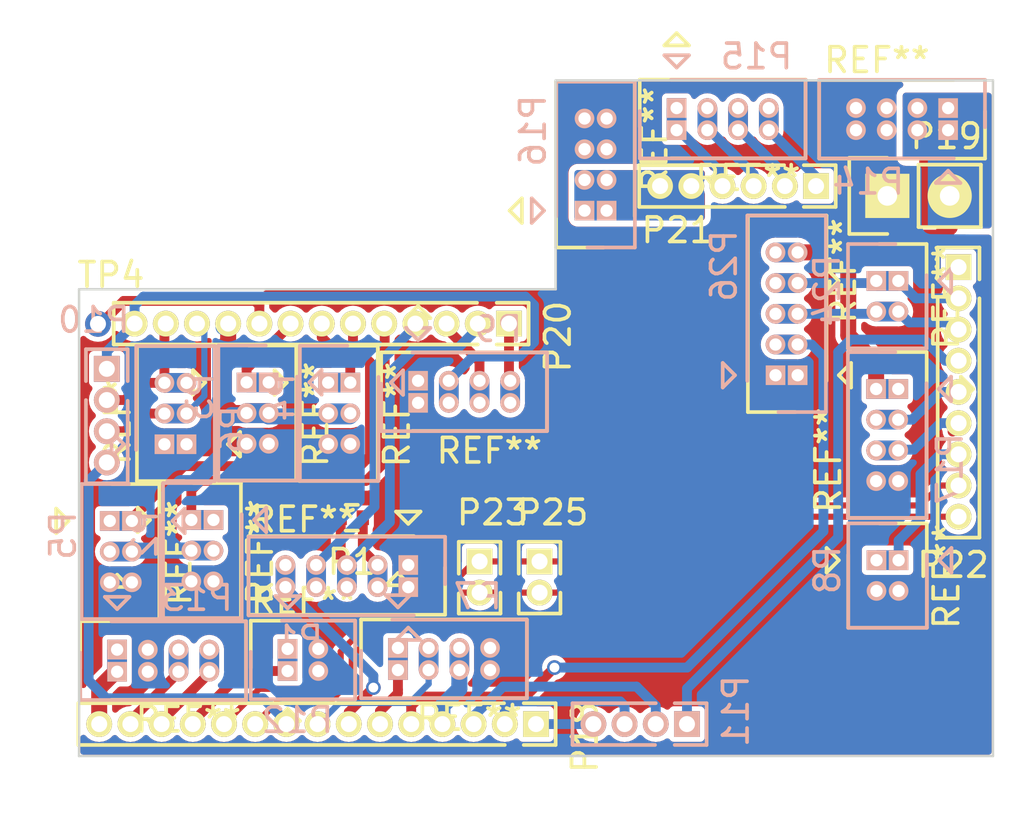
<source format=kicad_pcb>
(kicad_pcb (version 20221018) (generator pcbnew)
  (layers (0 "F.Cu" signal) (31 "B.Cu" signal) (34 "B.Paste" user) (35 "F.Paste" user) (36 "B.SilkS" user "B.Silkscreen") (37 "F.SilkS" user "F.Silkscreen") (38 "B.Mask" user) (39 "F.Mask" user) (44 "Edge.Cuts" user))
  (net 0 "")
  (net 1 "/SRV_CAM")
  (net 2 "/SRV_VOUT")
  (net 3 "GND")
  (net 4 "/LED_VOUT")
  (net 5 "/LED_CLK")
  (net 6 "/LED_DAT")
  (net 7 "/BAT_INT")
  (net 8 "/EP_RXD")
  (net 9 "/EP_TXD")
  (net 10 "/UART_VCC")
  (net 11 "/UART_TX")
  (net 12 "/UART_RX")
  (net 13 "/FAN_TACHO")
  (net 14 "/FAN_VOUT")
  (net 15 "/STEP_A1")
  (net 16 "/STEP_A2")
  (net 17 "/STEP_B2")
  (net 18 "/STEP_B1")
  (net 19 "/EP_VCC")
  (net 20 "VCC")
  (net 21 "/HOST_INT")
  (net 22 "/SRV_LOCK")
  (net 23 "/SRV_BRAKE")
  (net 24 "/FAN_PWM")
  (net 25 "/~{RESET0}")
  (net 26 "/~{RESET1}")
  (net 27 "/BUTTON")
  (net 28 "/A2")
  (net 29 "/SDA0")
  (net 30 "/SCL0")
  (net 31 "/SRV_FOOT")
  (net 32 "/SDA1")
  (net 33 "/SCL1")
  (net 34 "/MISO0/STEP_STOP2")
  (net 35 "/MOSI0/STEP_STOP1")
  (net 36 "/SCK0/FRAME_STOP")
  (net 37 "/BAT2_CTL/SCK1")
  (net 38 "/CHG2_STAT/MISO1")
  (net 39 "/CHG2_CTL/MOSI1")
  (net 40 "/TMP_INT")
  (net 41 "/IR_TX")
  (net 42 "/IR_RX")
  (footprint "Socket_Strips:Socket_Strip_Straight_1x02" (layer "F.Cu") (at 94.7 101.7)
    (fp_text reference "P19")
    (fp_text value "CONN_VCC")
  )
  (footprint "Socket_Strips:Socket_Strip_Straight_1x06_Pitch1.27mm" (layer "F.Cu") (at 91.8 101.3 -90)
    (fp_text reference "P21")
    (fp_text value "CONN3")
  )
  (footprint "Socket_Strips:Socket_Strip_Straight_1x09_Pitch1.27mm" (layer "F.Cu") (at 97.6 104.6)
    (fp_text reference "P22")
    (fp_text value "CONN4")
  )
  (footprint "Resistors_SMD:R_0402" (layer "F.Cu") (at 72.9 114.8 180)
    (fp_text reference "R1")
    (fp_text value "100K")
  )
  (footprint "Pin_Headers:Pin_Header_Straight_1x02_Pitch1.27mm" (layer "F.Cu") (at 78.105 116.58)
    (fp_text reference "P23")
    (fp_text value "CONN_I2C0")
  )
  (footprint "Pin_Headers:Pin_Header_Straight_1x01_Pitch1.27mm" (layer "F.Cu") (at 62.57 106.91)
    (fp_text reference "TP4")
    (fp_text value "TEST_1P")
  )
  (footprint "Socket_Strips:Socket_Strip_Straight_1x15_Pitch1.27mm" (layer "F.Cu") (at 80.4 123.2 -90)
    (fp_text reference "P18")
    (fp_text value "CONN2")
  )
  (footprint "Socket_Strips:Socket_Strip_Straight_1x13_Pitch1.27mm" (layer "F.Cu") (at 79.3 106.9 -90)
    (fp_text reference "P20")
    (fp_text value "CONN1")
  )
  (footprint "Pin_Headers:Pin_Header_Straight_1x02_Pitch1.27mm" (layer "F.Cu") (at 80.545 116.58)
    (fp_text reference "P25")
    (fp_text value "CONN_I2C2")
  )
  (footprint "Pin_Headers:Pin_Header_Straight_1x04_Pitch1.27mm" (layer "B.Cu") (at 62.93 108.74 180)
    (fp_text reference "P10")
    (fp_text value "CONN_SPI0")
  )
  (footprint "Pin_Headers:Pin_Header_Straight_1x04_Pitch1.27mm" (layer "B.Cu") (at 86.545 123.2 90)
    (fp_text reference "P11")
    (fp_text value "CONN_SPI1")
  )
  (footprint "Connectors_Molex:Molex_PicoBlade_53047-0210_DoubleSide" (layer "B.Cu") (at 95.15 105.16 -90)
    (fp_text reference "P24")
    (fp_text value "CONN_I2C1")
  )
  (footprint "Connectors_Molex:Molex_PicoBlade_53047-0510_DoubleSide" (layer "B.Cu") (at 75.2 117.625 180)
    (fp_text reference "P1")
    (fp_text value "CONN_UART")
  )
  (footprint "Connectors_Molex:Molex_PicoBlade_53047-0310_DoubleSide" (layer "B.Cu") (at 67.27 114.89 -90)
    (fp_text reference "P2")
    (fp_text value "CONN_SRV_CAM")
  )
  (footprint "Connectors_Molex:Molex_PicoBlade_53047-0310_DoubleSide" (layer "B.Cu") (at 69.52 109.29 -90)
    (fp_text reference "P3")
    (fp_text value "CONN_SRV_LOCK")
  )
  (footprint "Connectors_Molex:Molex_PicoBlade_53047-0310_DoubleSide" (layer "B.Cu") (at 72.84 109.3 -90)
    (fp_text reference "P4")
    (fp_text value "CONN_SRV_BRAKE")
  )
  (footprint "Connectors_Molex:Molex_PicoBlade_53047-0310_DoubleSide" (layer "B.Cu") (at 63.95 114.93 -90)
    (fp_text reference "P5")
    (fp_text value "CONN_SRV_FOOT")
  )
  (footprint "Connectors_Molex:Molex_PicoBlade_53047-0310_DoubleSide" (layer "B.Cu") (at 65.275 111.81 90)
    (fp_text reference "P6")
    (fp_text value "CONN_STEP_STOP")
  )
  (footprint "Connectors_Molex:Molex_PicoBlade_53047-0410_DoubleSide" (layer "B.Cu") (at 74.78 120.1)
    (fp_text reference "P7")
    (fp_text value "CONN_FAN")
  )
  (footprint "Connectors_Molex:Molex_PicoBlade_53047-0210_DoubleSide" (layer "B.Cu") (at 95.16 116.53 -90)
    (fp_text reference "P8")
    (fp_text value "CONN_BAT_INT")
  )
  (footprint "Connectors_Molex:Molex_PicoBlade_53047-0410_DoubleSide" (layer "B.Cu") (at 75.6 109.225)
    (fp_text reference "P9")
    (fp_text value "CONN_EP_UART")
  )
  (footprint "Connectors_Molex:Molex_PicoBlade_53047-0210_DoubleSide" (layer "B.Cu") (at 70.29 120.14)
    (fp_text reference "P12")
    (fp_text value "CONN_BTN")
  )
  (footprint "Connectors_Molex:Molex_PicoBlade_53047-0410_DoubleSide" (layer "B.Cu") (at 63.35 120.17)
    (fp_text reference "P13")
    (fp_text value "CONN_LED")
  )
  (footprint "Connectors_Molex:Molex_PicoBlade_53047-0410_DoubleSide" (layer "B.Cu") (at 97.175 99.025 180)
    (fp_text reference "P14")
    (fp_text value "CONN_VCC")
  )
  (footprint "Connectors_Molex:Molex_PicoBlade_53047-0410_DoubleSide" (layer "B.Cu") (at 86.125 98.125)
    (fp_text reference "P15")
    (fp_text value "CONN_STEP")
  )
  (footprint "Connectors_Molex:Molex_PicoBlade_53047-0410_DoubleSide" (layer "B.Cu") (at 82.375 102.3 90)
    (fp_text reference "P16")
    (fp_text value "CONN_EP_VCC")
  )
  (footprint "Connectors_Molex:Molex_PicoBlade_53047-0410_DoubleSide" (layer "B.Cu") (at 95.145 109.56 -90)
    (fp_text reference "P17")
    (fp_text value "CONN_IR")
  )
  (footprint "Connectors_Molex:Molex_PicoBlade_53047-0510_DoubleSide" (layer "B.Cu") (at 90.15 109 90)
    (fp_text reference "P26")
    (fp_text value "CONN_TMP")
  )
  (gr_line (start 81.2 105.5) (end 61.8 105.5) (stroke (width 0.1)) (layer "Edge.Cuts"))
  (gr_line (start 61.8 105.5) (end 61.8 124.5) (stroke (width 0.1)) (layer "Edge.Cuts"))
  (gr_line (start 81.2 97) (end 81.2 105.5) (stroke (width 0.1)) (layer "Edge.Cuts"))
  (gr_line (start 99 124.5) (end 99 97) (stroke (width 0.1)) (layer "Edge.Cuts"))
  (gr_line (start 61.8 124.5) (end 99 124.5) (stroke (width 0.1)) (layer "Edge.Cuts"))
  (gr_line (start 99 97) (end 81.2 97) (stroke (width 0.1)) (layer "Edge.Cuts"))
  (segment (start 74.22 106.9) (end 74.2 106.9) (width 0.4) (layer "F.Cu") (net 1))
  (segment (start 73.482545 113.3) (end 66.75 113.3) (width 0.4) (layer "F.Cu") (net 1))
  (segment (start 74.240012 106.940012) (end 74.240012 112.542533) (width 0.4) (layer "F.Cu") (net 1))
  (segment (start 74.240012 112.542533) (end 73.482545 113.3) (width 0.4) (layer "F.Cu") (net 1))
  (segment (start 66.37 113.68) (end 66.37 114.89) (width 0.4) (layer "F.Cu") (net 1))
  (segment (start 66.75 113.3) (end 66.37 113.68) (width 0.4) (layer "F.Cu") (net 1))
  (segment (start 74.2 106.9) (end 74.240012 106.940012) (width 0.4) (layer "F.Cu") (net 1))
  (segment (start 67.87 107.642462) (end 67.694999 107.817463) (width 0.65) (layer "F.Cu") (net 2))
  (segment (start 67.87 106.9) (end 67.87 107.642462) (width 0.65) (layer "F.Cu") (net 2))
  (segment (start 68.054315 110.54) (end 68.62 110.54) (width 0.65) (layer "F.Cu") (net 2))
  (segment (start 67.275 116.1) (end 67.3 116.075) (width 0.65) (layer "F.Cu") (net 2))
  (segment (start 67.694999 107.817463) (end 67.694999 110.180684) (width 0.65) (layer "F.Cu") (net 2))
  (segment (start 67.694999 110.180684) (end 68.054315 110.54) (width 0.65) (layer "F.Cu") (net 2))
  (segment (start 63.975 116.1) (end 63.95 116.075) (width 0.65) (layer "F.Cu") (net 2))
  (segment (start 67.694999 112.165001) (end 66.47 113.39) (width 0.65) (layer "B.Cu") (net 2))
  (segment (start 66.47 113.39) (end 65.95 113.39) (width 0.65) (layer "B.Cu") (net 2))
  (segment (start 66.734315 116.075) (end 66.709315 116.1) (width 0.65) (layer "B.Cu") (net 2))
  (segment (start 63.975 116.075) (end 63.95 116.1) (width 0.65) (layer "B.Cu") (net 2))
  (segment (start 67.7 110.934315) (end 67.7 111.340998) (width 0.65) (layer "B.Cu") (net 2))
  (segment (start 63.99 116.14) (end 63.95 116.18) (width 0.65) (layer "B.Cu") (net 2))
  (segment (start 67.82 106.9) (end 67.87 106.9) (width 0.65) (layer "B.Cu") (net 2))
  (segment (start 69.5 110.675) (end 72.825 110.675) (width 0.65) (layer "B.Cu") (net 2))
  (segment (start 65.95 113.39) (end 65.4 113.94) (width 0.65) (layer "B.Cu") (net 2))
  (segment (start 65.4 115.735685) (end 65.804315 116.14) (width 0.65) (layer "B.Cu") (net 2))
  (segment (start 67.7 111.340998) (end 67.694999 111.345999) (width 0.65) (layer "B.Cu") (net 2))
  (segment (start 65.4 113.94) (end 65.4 115.735685) (width 0.65) (layer "B.Cu") (net 2))
  (segment (start 69.45 110.625) (end 69.5 110.675) (width 0.65) (layer "B.Cu") (net 2))
  (segment (start 67.694999 111.345999) (end 67.694999 112.165001) (width 0.65) (layer "B.Cu") (net 2))
  (segment (start 69.475 110.625) (end 69.45 110.625) (width 0.65) (layer "B.Cu") (net 2))
  (segment (start 67.3 116.075) (end 66.734315 116.075) (width 0.65) (layer "B.Cu") (net 2))
  (segment (start 68.575 110.625) (end 68.009315 110.625) (width 0.65) (layer "B.Cu") (net 2))
  (segment (start 67.68 107.04) (end 67.82 106.9) (width 0.65) (layer "B.Cu") (net 2))
  (segment (start 68.009315 110.625) (end 67.7 110.934315) (width 0.65) (layer "B.Cu") (net 2))
  (segment (start 66.37 116.14) (end 63.99 116.14) (width 0.65) (layer "B.Cu") (net 2))
  (segment (start 65.804315 116.14) (end 66.37 116.14) (width 0.65) (layer "B.Cu") (net 2))
  (segment (start 63.975 116.1) (end 63.95 116.075) (width 0.65) (layer "B.Cu") (net 2))
  (segment (start 68.575 110.625) (end 69.475 110.625) (width 0.65) (layer "B.Cu") (net 2))
  (segment (start 63.35 120.1) (end 63.35 121) (width 0.65) (layer "F.Cu") (net 4))
  (segment (start 63.35 121) (end 62.62 121.73) (width 0.65) (layer "F.Cu") (net 4))
  (segment (start 62.62 121.73) (end 62.62 123.2) (width 0.65) (layer "F.Cu") (net 4))
  (segment (start 65.85 121.1) (end 63.89 123.06) (width 0.4) (layer "F.Cu") (net 5))
  (segment (start 63.89 123.06) (end 63.89 123.2) (width 0.4) (layer "F.Cu") (net 5))
  (segment (start 65.85 120.1) (end 65.85 121.1) (width 0.4) (layer "F.Cu") (net 5))
  (segment (start 67.1 121.13) (end 65.16 123.07) (width 0.4) (layer "F.Cu") (net 6))
  (segment (start 65.16 123.07) (end 65.16 123.2) (width 0.4) (layer "F.Cu") (net 6))
  (segment (start 67.1 120.1) (end 67.1 121.13) (width 0.4) (layer "F.Cu") (net 6))
  (segment (start 96.04999 113.027548) (end 96.857538 112.22) (width 0.4) (layer "B.Cu") (net 7))
  (segment (start 96.857538 112.22) (end 97.6 112.22) (width 0.4) (layer "B.Cu") (net 7))
  (segment (start 95.16 115.73) (end 95.16 116.53) (width 0.4) (layer "B.Cu") (net 7))
  (segment (start 96.04999 114.84001) (end 95.16 115.73) (width 0.4) (layer "B.Cu") (net 7))
  (segment (start 96.04999 114.84001) (end 96.04999 113.027548) (width 0.4) (layer "B.Cu") (net 7))
  (segment (start 79.3 109.175) (end 79.35 109.225) (width 0.4) (layer "F.Cu") (net 8))
  (segment (start 79.3 106.9) (end 79.3 109.175) (width 0.4) (layer "F.Cu") (net 8))
  (segment (start 76.76 106.9) (end 76.76 107.1) (width 0.4) (layer "F.Cu") (net 9))
  (segment (start 78.1 108.44) (end 78.1 109.225) (width 0.4) (layer "F.Cu") (net 9))
  (segment (start 76.76 107.1) (end 78.1 108.44) (width 0.4) (layer "F.Cu") (net 9))
  (segment (start 73.35 116.125) (end 73.95 116.725) (width 0.4) (layer "F.Cu") (net 10))
  (segment (start 73.35 116.125) (end 73.35 114.8) (width 0.4) (layer "F.Cu") (net 10))
  (segment (start 72.7 116.725) (end 72.45 116.475) (width 0.4) (layer "F.Cu") (net 11))
  (segment (start 72.45 116.475) (end 72.45 114.8) (width 0.4) (layer "F.Cu") (net 11))
  (segment (start 78.03 107.09) (end 77.24 107.88) (width 0.4) (layer "B.Cu") (net 11))
  (segment (start 78.03 106.9) (end 78.03 107.09) (width 0.4) (layer "B.Cu") (net 11))
  (segment (start 75.468542 107.88) (end 74.45 108.898542) (width 0.4) (layer "B.Cu") (net 11))
  (segment (start 73.099999 116.325001) (end 72.7 116.725) (width 0.4) (layer "B.Cu") (net 11))
  (segment (start 74.45 108.898542) (end 74.45 114.975) (width 0.4) (layer "B.Cu") (net 11))
  (segment (start 74.45 114.975) (end 73.099999 116.325001) (width 0.4) (layer "B.Cu") (net 11))
  (segment (start 77.24 107.88) (end 75.468542 107.88) (width 0.4) (layer "B.Cu") (net 11))
  (segment (start 73.825 114.35) (end 71.849999 116.325001) (width 0.4) (layer "B.Cu") (net 12))
  (segment (start 73.825 108.675) (end 73.825 114.35) (width 0.4) (layer "B.Cu") (net 12))
  (segment (start 75.49 106.9) (end 75.49 107.01) (width 0.4) (layer "B.Cu") (net 12))
  (segment (start 71.849999 116.325001) (end 71.45 116.725) (width 0.4) (layer "B.Cu") (net 12))
  (segment (start 75.49 107.01) (end 73.825 108.675) (width 0.4) (layer "B.Cu") (net 12))
  (segment (start 71.54 123.2) (end 72.4 122.34) (width 0.25) (layer "B.Cu") (net 13))
  (segment (start 71.51 123.2) (end 71.54 123.2) (width 0.25) (layer "B.Cu") (net 13))
  (segment (start 72.4 122.34) (end 75.255685 122.34) (width 0.25) (layer "B.Cu") (net 13))
  (segment (start 75.255685 122.34) (end 76.03 121.565685) (width 0.25) (layer "B.Cu") (net 13))
  (segment (start 76.03 121.565685) (end 76.03 121) (width 0.25) (layer "B.Cu") (net 13))
  (segment (start 77.28 121.565685) (end 77.28 121) (width 0.65) (layer "B.Cu") (net 14))
  (segment (start 76.59 123.2) (end 76.59 122.457538) (width 0.65) (layer "B.Cu") (net 14))
  (segment (start 76.59 122.457538) (end 77.28 121.767538) (width 0.65) (layer "B.Cu") (net 14))
  (segment (start 77.28 121.767538) (end 77.28 121.565685) (width 0.65) (layer "B.Cu") (net 14))
  (segment (start 89.875 99) (end 89.875 98.125) (width 0.4) (layer "B.Cu") (net 15))
  (segment (start 91.8 100.925) (end 89.875 99) (width 0.4) (layer "B.Cu") (net 15))
  (segment (start 91.8 101.3) (end 91.8 100.925) (width 0.4) (layer "B.Cu") (net 15))
  (segment (start 88.625 98.934002) (end 88.625 98.690685) (width 0.4) (layer "B.Cu") (net 16))
  (segment (start 90.53 101.3) (end 90.53 100.839002) (width 0.4) (layer "B.Cu") (net 16))
  (segment (start 88.625 98.690685) (end 88.625 98.125) (width 0.4) (layer "B.Cu") (net 16))
  (segment (start 90.53 100.839002) (end 88.625 98.934002) (width 0.4) (layer "B.Cu") (net 16))
  (segment (start 89.26 101.3) (end 89.26 100.819002) (width 0.4) (layer "B.Cu") (net 17))
  (segment (start 87.375 98.690685) (end 87.375 98.125) (width 0.4) (layer "B.Cu") (net 17))
  (segment (start 87.375 98.934002) (end 87.375 98.690685) (width 0.4) (layer "B.Cu") (net 17))
  (segment (start 89.26 100.819002) (end 87.375 98.934002) (width 0.4) (layer "B.Cu") (net 17))
  (segment (start 87.99 100.799002) (end 86.125 98.934002) (width 0.4) (layer "B.Cu") (net 18))
  (segment (start 86.125 98.934002) (end 86.125 98.925) (width 0.4) (layer "B.Cu") (net 18))
  (segment (start 86.125 98.925) (end 86.125 98.125) (width 0.4) (layer "B.Cu") (net 18))
  (segment (start 87.99 101.3) (end 87.99 100.799002) (width 0.4) (layer "B.Cu") (net 18))
  (segment (start 97.24 102.972792) (end 97.24 101.7) (width 0.65) (layer "F.Cu") (net 20))
  (segment (start 93.11 107.375) (end 94.245 108.51) (width 0.65) (layer "F.Cu") (net 20))
  (segment (start 90.15 104) (end 91.05 104) (width 0.65) (layer "F.Cu") (net 20))
  (segment (start 93.35 104) (end 93.94 103.41) (width 0.65) (layer "F.Cu") (net 20))
  (segment (start 93.11 104.23) (end 93.11 107.375) (width 0.65) (layer "F.Cu") (net 20))
  (segment (start 96.812792 103.4) (end 97.24 102.972792) (width 0.65) (layer "F.Cu") (net 20))
  (segment (start 94.245 108.51) (end 94.245 109.56) (width 0.65) (layer "F.Cu") (net 20))
  (segment (start 93.94 103.41) (end 93.94 103.4) (width 0.65) (layer "F.Cu") (net 20))
  (segment (start 91.05 104) (end 93.35 104) (width 0.65) (layer "F.Cu") (net 20))
  (segment (start 93.94 103.4) (end 93.11 104.23) (width 0.65) (layer "F.Cu") (net 20))
  (segment (start 93.94 103.4) (end 96.812792 103.4) (width 0.65) (layer "F.Cu") (net 20))
  (segment (start 72.78 122.71499) (end 73.78 121.71499) (width 0.4) (layer "F.Cu") (net 21))
  (segment (start 72.78 123.2) (end 72.78 122.71499) (width 0.4) (layer "F.Cu") (net 21))
  (via (at 73.78 121.71499) (size 0.6) (drill 0.4) (layers "F.Cu" "B.Cu") (net 21))
  (segment (start 70.2 117.65) (end 70.2 117.625) (width 0.4) (layer "B.Cu") (net 21))
  (segment (start 73.78 121.71499) (end 73.78 121.23) (width 0.4) (layer "B.Cu") (net 21))
  (segment (start 73.78 121.23) (end 70.2 117.65) (width 0.4) (layer "B.Cu") (net 21))
  (segment (start 70.2 117.625) (end 70.2 116.725) (width 0.4) (layer "B.Cu") (net 21))
  (segment (start 68.62 108.74) (end 70.41 106.95) (width 0.4) (layer "F.Cu") (net 22))
  (segment (start 68.62 109.29) (end 68.62 108.74) (width 0.4) (layer "F.Cu") (net 22))
  (segment (start 70.41 106.95) (end 70.41 106.9) (width 0.4) (layer "F.Cu") (net 22))
  (segment (start 71.68 107.46) (end 71.68 106.9) (width 0.4) (layer "F.Cu") (net 23))
  (segment (start 72.84 108.62) (end 71.68 107.46) (width 0.4) (layer "F.Cu") (net 23))
  (segment (start 72.84 109.3) (end 72.84 108.62) (width 0.4) (layer "F.Cu") (net 23))
  (segment (start 74.78 121.8) (end 74.78 121) (width 0.4) (layer "F.Cu") (net 24))
  (segment (start 74.78 121.942477) (end 74.78 121.8) (width 0.4) (layer "F.Cu") (net 24))
  (segment (start 74.05 122.672477) (end 74.78 121.942477) (width 0.4) (layer "F.Cu") (net 24))
  (segment (start 74.05 123.2) (end 74.05 122.672477) (width 0.4) (layer "F.Cu") (net 24))
  (segment (start 69.289002 122.15) (end 62.909998 122.15) (width 0.4) (layer "B.Cu") (net 25))
  (segment (start 62.19 113.29) (end 62.405001 113.074999) (width 0.4) (layer "B.Cu") (net 25))
  (segment (start 70.24 123.100998) (end 69.289002 122.15) (width 0.4) (layer "B.Cu") (net 25))
  (segment (start 62.19 121.430002) (end 62.19 113.29) (width 0.4) (layer "B.Cu") (net 25))
  (segment (start 62.405001 113.074999) (end 62.93 112.55) (width 0.4) (layer "B.Cu") (net 25))
  (segment (start 62.909998 122.15) (end 62.19 121.430002) (width 0.4) (layer "B.Cu") (net 25))
  (segment (start 70.24 123.2) (end 70.24 123.100998) (width 0.4) (layer "B.Cu") (net 25))
  (segment (start 93.2 107.55) (end 96.2 107.55) (width 0.4) (layer "B.Cu") (net 26))
  (segment (start 86.545 123.2) (end 86.545 121.755) (width 0.4) (layer "B.Cu") (net 26))
  (segment (start 86.545 121.755) (end 92.7 115.6) (width 0.4) (layer "B.Cu") (net 26))
  (segment (start 96.2 107.55) (end 97.06 108.41) (width 0.4) (layer "B.Cu") (net 26))
  (segment (start 97.06 108.41) (end 97.6 108.41) (width 0.4) (layer "B.Cu") (net 26))
  (segment (start 92.7 108.05) (end 93.2 107.55) (width 0.4) (layer "B.Cu") (net 26))
  (segment (start 92.7 115.6) (end 92.7 108.05) (width 0.4) (layer "B.Cu") (net 26))
  (segment (start 69.49 121.04) (end 70.29 121.04) (width 0.4) (layer "F.Cu") (net 27))
  (segment (start 66.43 123.2) (end 66.43 123.100998) (width 0.4) (layer "F.Cu") (net 27))
  (segment (start 68.490998 121.04) (end 69.49 121.04) (width 0.4) (layer "F.Cu") (net 27))
  (segment (start 66.43 123.100998) (end 68.490998 121.04) (width 0.4) (layer "F.Cu") (net 27))
  (segment (start 69.14 106.157538) (end 69.14 106.9) (width 0.4) (layer "F.Cu") (net 28))
  (segment (start 68.957461 105.974999) (end 69.14 106.157538) (width 0.4) (layer "F.Cu") (net 28))
  (segment (start 62.680998 106.91) (end 63.615999 105.974999) (width 0.4) (layer "F.Cu") (net 28))
  (segment (start 63.615999 105.974999) (end 68.957461 105.974999) (width 0.4) (layer "F.Cu") (net 28))
  (segment (start 62.57 106.91) (end 62.680998 106.91) (width 0.4) (layer "F.Cu") (net 28))
  (segment (start 72.449989 121.213601) (end 72.449989 120.250011) (width 0.25) (layer "F.Cu") (net 29))
  (segment (start 96.047538 114.3) (end 84.15 114.3) (width 0.25) (layer "F.Cu") (net 29))
  (segment (start 84.15 114.3) (end 81.87 116.58) (width 0.25) (layer "F.Cu") (net 29))
  (segment (start 97.6 113.49) (end 96.857538 113.49) (width 0.25) (layer "F.Cu") (net 29))
  (segment (start 69.134999 121.765001) (end 71.898589 121.765001) (width 0.25) (layer "F.Cu") (net 29))
  (segment (start 96.857538 113.49) (end 96.047538 114.3) (width 0.25) (layer "F.Cu") (net 29))
  (segment (start 67.7 123.2) (end 69.134999 121.765001) (width 0.25) (layer "F.Cu") (net 29))
  (segment (start 81.87 116.58) (end 80.545 116.58) (width 0.25) (layer "F.Cu") (net 29))
  (segment (start 71.898589 121.765001) (end 72.449989 121.213601) (width 0.25) (layer "F.Cu") (net 29))
  (segment (start 75.58 118.9) (end 77.9 116.58) (width 0.25) (layer "F.Cu") (net 29))
  (segment (start 78.105 116.58) (end 80.545 116.58) (width 0.25) (layer "F.Cu") (net 29))
  (segment (start 73.8 118.9) (end 75.58 118.9) (width 0.25) (layer "F.Cu") (net 29))
  (segment (start 72.449989 120.250011) (end 73.8 118.9) (width 0.25) (layer "F.Cu") (net 29))
  (segment (start 83.95 115.2) (end 83.937462 115.2) (width 0.25) (layer "F.Cu") (net 30))
  (segment (start 81.287462 117.85) (end 80.545 117.85) (width 0.25) (layer "F.Cu") (net 30))
  (segment (start 72.9 120.45) (end 73.999989 119.350011) (width 0.25) (layer "F.Cu") (net 30))
  (segment (start 78.105 117.85) (end 80.545 117.85) (width 0.25) (layer "F.Cu") (net 30))
  (segment (start 69.954988 122.215012) (end 72.084989 122.215012) (width 0.25) (layer "F.Cu") (net 30))
  (segment (start 72.9 121.400001) (end 72.9 120.45) (width 0.25) (layer "F.Cu") (net 30))
  (segment (start 72.084989 122.215012) (end 72.9 121.400001) (width 0.25) (layer "F.Cu") (net 30))
  (segment (start 97.6 114.76) (end 84.39 114.76) (width 0.25) (layer "F.Cu") (net 30))
  (segment (start 75.849989 119.350011) (end 77.35 117.85) (width 0.25) (layer "F.Cu") (net 30))
  (segment (start 83.937462 115.2) (end 81.287462 117.85) (width 0.25) (layer "F.Cu") (net 30))
  (segment (start 77.35 117.85) (end 77.9 117.85) (width 0.25) (layer "F.Cu") (net 30))
  (segment (start 84.39 114.76) (end 83.95 115.2) (width 0.25) (layer "F.Cu") (net 30))
  (segment (start 68.97 123.2) (end 69.954988 122.215012) (width 0.25) (layer "F.Cu") (net 30))
  (segment (start 73.999989 119.350011) (end 75.849989 119.350011) (width 0.25) (layer "F.Cu") (net 30))
  (segment (start 66.075011 112.699989) (end 63.95 114.825) (width 0.4) (layer "F.Cu") (net 31))
  (segment (start 73.234013 112.699989) (end 66.075011 112.699989) (width 0.4) (layer "F.Cu") (net 31))
  (segment (start 73.640001 108.470001) (end 73.640001 112.294001) (width 0.4) (layer "F.Cu") (net 31))
  (segment (start 72.95 106.9) (end 72.95 107.78) (width 0.4) (layer "F.Cu") (net 31))
  (segment (start 72.95 107.78) (end 73.640001 108.470001) (width 0.4) (layer "F.Cu") (net 31))
  (segment (start 73.640001 112.294001) (end 73.234013 112.699989) (width 0.4) (layer "F.Cu") (net 31))
  (segment (start 95.15 105.16) (end 95.86 105.87) (width 0.4) (layer "B.Cu") (net 32))
  (segment (start 94.16 105.25) (end 94.25 105.16) (width 0.4) (layer "B.Cu") (net 32))
  (segment (start 91.05 105.25) (end 94.16 105.25) (width 0.4) (layer "B.Cu") (net 32))
  (segment (start 95.86 105.87) (end 97.6 105.87) (width 0.4) (layer "B.Cu") (net 32))
  (segment (start 97.31 106.85) (end 97.6 107.14) (width 0.4) (layer "B.Cu") (net 33))
  (segment (start 95.59 106.85) (end 97.31 106.85) (width 0.4) (layer "B.Cu") (net 33))
  (segment (start 94.16 106.5) (end 94.25 106.41) (width 0.4) (layer "B.Cu") (net 33))
  (segment (start 95.15 106.41) (end 95.59 106.85) (width 0.4) (layer "B.Cu") (net 33))
  (segment (start 91.05 106.5) (end 94.16 106.5) (width 0.4) (layer "B.Cu") (net 33))
  (segment (start 62.93 110.01) (end 63.672462 110.01) (width 0.4) (layer "F.Cu") (net 34))
  (segment (start 63.672462 110.01) (end 64.372462 109.31) (width 0.4) (layer "F.Cu") (net 34))
  (segment (start 64.709315 109.31) (end 65.275 109.31) (width 0.4) (layer "F.Cu") (net 34))
  (segment (start 64.372462 109.31) (end 64.709315 109.31) (width 0.4) (layer "F.Cu") (net 34))
  (segment (start 65.275 106.955) (end 65.33 106.9) (width 0.4) (layer "F.Cu") (net 34))
  (segment (start 65.275 109.31) (end 65.275 106.955) (width 0.4) (layer "F.Cu") (net 34))
  (segment (start 65.33 109.255) (end 65.275 109.31) (width 0.4) (layer "B.Cu") (net 34))
  (segment (start 65.26 106.83) (end 65.33 106.9) (width 0.4) (layer "B.Cu") (net 34))
  (segment (start 63.672462 111.28) (end 64.392462 110.56) (width 0.4) (layer "F.Cu") (net 35))
  (segment (start 62.93 111.28) (end 63.672462 111.28) (width 0.4) (layer "F.Cu") (net 35))
  (segment (start 64.709315 110.56) (end 65.275 110.56) (width 0.4) (layer "F.Cu") (net 35))
  (segment (start 64.392462 110.56) (end 64.709315 110.56) (width 0.4) (layer "F.Cu") (net 35))
  (segment (start 66.900001 107.190001) (end 66.900001 109.834999) (width 0.25) (layer "B.Cu") (net 35))
  (segment (start 66.900001 109.834999) (end 66.574999 110.160001) (width 0.25) (layer "B.Cu") (net 35))
  (segment (start 66.574999 110.160001) (end 66.175 110.56) (width 0.25) (layer "B.Cu") (net 35))
  (segment (start 66.61 106.9) (end 66.900001 107.190001) (width 0.25) (layer "B.Cu") (net 35))
  (segment (start 66.6 106.9) (end 66.61 106.9) (width 0.25) (layer "B.Cu") (net 35))
  (segment (start 76.85 110.125) (end 76.85 109.225) (width 0.4) (layer "B.Cu") (net 36))
  (segment (start 80.32 107.650002) (end 80.32 106.149998) (width 0.4) (layer "B.Cu") (net 36))
  (segment (start 79.730002 108.24) (end 80.32 107.650002) (width 0.4) (layer "B.Cu") (net 36))
  (segment (start 77.835 108.24) (end 79.730002 108.24) (width 0.4) (layer "B.Cu") (net 36))
  (segment (start 76.85 109.225) (end 77.835 108.24) (width 0.4) (layer "B.Cu") (net 36))
  (segment (start 80.32 106.149998) (end 79.970002 105.8) (width 0.4) (layer "B.Cu") (net 36))
  (segment (start 64.417538 105.8) (end 64.06 106.157538) (width 0.4) (layer "B.Cu") (net 36))
  (segment (start 79.970002 105.8) (end 64.417538 105.8) (width 0.4) (layer "B.Cu") (net 36))
  (segment (start 62.93 108.74) (end 62.93 108.03) (width 0.4) (layer "B.Cu") (net 36))
  (segment (start 62.93 108.03) (end 64.06 106.9) (width 0.4) (layer "B.Cu") (net 36))
  (segment (start 64.06 106.157538) (end 64.06 106.9) (width 0.4) (layer "B.Cu") (net 36))
  (segment (start 77.86 122.878996) (end 79.064007 121.674989) (width 0.4) (layer "B.Cu") (net 37))
  (segment (start 85.275 122.457538) (end 85.275 123.2) (width 0.4) (layer "B.Cu") (net 37))
  (segment (start 84.492451 121.674989) (end 85.275 122.457538) (width 0.4) (layer "B.Cu") (net 37))
  (segment (start 79.064007 121.674989) (end 84.492451 121.674989) (width 0.4) (layer "B.Cu") (net 37))
  (segment (start 77.86 123.2) (end 77.86 122.878996) (width 0.4) (layer "B.Cu") (net 37))
  (segment (start 80.4 123.2) (end 82.735 123.2) (width 0.4) (layer "B.Cu") (net 38))
  (segment (start 79.13 122.457538) (end 79.312539 122.274999) (width 0.4) (layer "B.Cu") (net 39))
  (segment (start 83.822461 122.274999) (end 84.005 122.457538) (width 0.4) (layer "B.Cu") (net 39))
  (segment (start 79.13 123.2) (end 79.13 122.457538) (width 0.4) (layer "B.Cu") (net 39))
  (segment (start 79.312539 122.274999) (end 83.822461 122.274999) (width 0.4) (layer "B.Cu") (net 39))
  (segment (start 84.005 122.457538) (end 84.005 123.2) (width 0.4) (layer "B.Cu") (net 39))
  (segment (start 75.32 122.457538) (end 75.697538 122.08) (width 0.4) (layer "F.Cu") (net 40))
  (segment (start 79.969998 122.08) (end 80.849999 121.199999) (width 0.4) (layer "F.Cu") (net 40))
  (segment (start 80.849999 121.199999) (end 81.149998 120.9) (width 0.4) (layer "F.Cu") (net 40))
  (segment (start 75.697538 122.08) (end 79.969998 122.08) (width 0.4) (layer "F.Cu") (net 40))
  (segment (start 75.32 123.2) (end 75.32 122.457538) (width 0.4) (layer "F.Cu") (net 40))
  (via (at 81.149998 120.9) (size 0.6) (drill 0.4) (layers "F.Cu" "B.Cu") (net 40))
  (segment (start 92.099989 115.350011) (end 86.55 120.9) (width 0.4) (layer "B.Cu") (net 40))
  (segment (start 86.55 120.9) (end 81.574262 120.9) (width 0.4) (layer "B.Cu") (net 40))
  (segment (start 91.05 107.75) (end 91.615685 107.75) (width 0.4) (layer "B.Cu") (net 40))
  (segment (start 92.099989 108.234304) (end 92.099989 115.350011) (width 0.4) (layer "B.Cu") (net 40))
  (segment (start 91.615685 107.75) (end 92.099989 108.234304) (width 0.4) (layer "B.Cu") (net 40))
  (segment (start 81.574262 120.9) (end 81.149998 120.9) (width 0.4) (layer "B.Cu") (net 40))
  (segment (start 96.857538 109.68) (end 97.6 109.68) (width 0.4) (layer "B.Cu") (net 41))
  (segment (start 95.710685 110.81) (end 96.840685 109.68) (width 0.4) (layer "B.Cu") (net 41))
  (segment (start 95.145 110.81) (end 95.710685 110.81) (width 0.4) (layer "B.Cu") (net 41))
  (segment (start 96.840685 109.68) (end 96.857538 109.68) (width 0.4) (layer "B.Cu") (net 41))
  (segment (start 97.6 111.05) (end 97.355001 111.294999) (width 0.4) (layer "F.Cu") (net 42))
  (segment (start 97.6 110.95) (end 97.6 111.05) (width 0.4) (layer "F.Cu") (net 42))
  (segment (start 97.55 111) (end 97.6 110.95) (width 0.4) (layer "F.Cu") (net 42))
  (segment (start 96.857538 110.95) (end 97.6 110.95) (width 0.4) (layer "B.Cu") (net 42))
  (segment (start 95.777538 112.03) (end 96.857538 110.95) (width 0.4) (layer "B.Cu") (net 42))
  (segment (start 95.175 112.03) (end 95.777538 112.03) (width 0.4) (layer "B.Cu") (net 42))
  (segment (start 95.145 112.06) (end 95.175 112.03) (width 0.4) (layer "B.Cu") (net 42))
  (zone (net 3) (net_name "GND") (layer "F.Cu") (connect_pads yes (clearance 0)) (min_thickness 0.254) (fill yes (thermal_gap 0.508) (thermal_bridge_width 0.508))
    (polygon (pts (xy 61.55 95.35) (xy 61.65 125.05) (xy 99.5 125) (xy 99.6 95.45) (xy 61.75 95.45)))
  )
  (zone (net 19) (net_name "/EP_VCC") (layer "F.Cu") (priority 1) (connect_pads yes (clearance 0.25)) (min_thickness 0.254) (fill yes (thermal_gap 0.508) (thermal_bridge_width 0.508))
    (polygon (pts (xy 81.975 100.65) (xy 87.275 100.65) (xy 87.275 102.7) (xy 81.975 102.7)))
  )
  (zone (net 20) (net_name "VCC") (layer "F.Cu") (priority 1) (connect_pads yes (clearance 0.25)) (min_thickness 0.254) (fill yes (thermal_gap 0.508) (thermal_bridge_width 0.508))
    (polygon (pts (xy 95.325 97.5) (xy 97.775 97.5) (xy 99 97.5) (xy 99 103.025) (xy 96 103) (xy 96 100.225) (xy 95.325 100.225)))
  )
  (zone (net 20) (net_name "VCC") (layer "B.Cu") (priority 1) (connect_pads yes (clearance 0.25)) (min_thickness 0.254) (fill yes (thermal_gap 0.508) (thermal_bridge_width 0.508))
    (polygon (pts (xy 95.325 97.5) (xy 97.775 97.5) (xy 99 97.5) (xy 99 103.025) (xy 96.35 103) (xy 96.35 100.225) (xy 95.325 100.225)))
  )
  (zone (net 19) (net_name "/EP_VCC") (layer "B.Cu") (priority 1) (connect_pads yes (clearance 0.25)) (min_thickness 0.254) (fill yes (thermal_gap 0.508) (thermal_bridge_width 0.508))
    (polygon (pts (xy 81.959283 100.65) (xy 87.259283 100.65) (xy 87.259283 102.7) (xy 81.959283 102.7)))
  )
  (zone (net 3) (net_name "GND") (layer "B.Cu") (connect_pads yes (clearance 0)) (min_thickness 0.254) (fill yes (thermal_gap 0.508) (thermal_bridge_width 0.508))
    (polygon (pts (xy 61.55 95.35) (xy 61.65 125.05) (xy 99.5 125) (xy 99.6 95.45) (xy 61.75 95.45)))
  )
)
</source>
